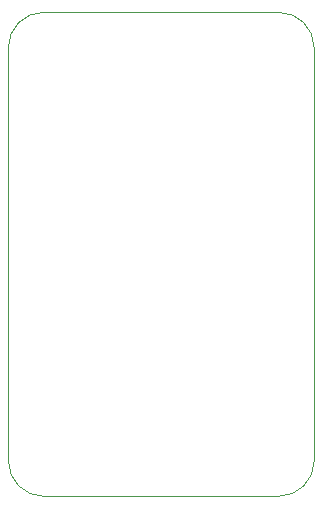
<source format=gm1>
G04 #@! TF.GenerationSoftware,KiCad,Pcbnew,6.0.10*
G04 #@! TF.CreationDate,2023-01-08T03:35:34+01:00*
G04 #@! TF.ProjectId,ideal_diode,69646561-6c5f-4646-996f-64652e6b6963,rev?*
G04 #@! TF.SameCoordinates,Original*
G04 #@! TF.FileFunction,Profile,NP*
%FSLAX46Y46*%
G04 Gerber Fmt 4.6, Leading zero omitted, Abs format (unit mm)*
G04 Created by KiCad (PCBNEW 6.0.10) date 2023-01-08 03:35:34*
%MOMM*%
%LPD*%
G01*
G04 APERTURE LIST*
G04 #@! TA.AperFunction,Profile*
%ADD10C,0.100000*%
G04 #@! TD*
G04 APERTURE END LIST*
D10*
X37900000Y-49979680D02*
X37900000Y-15000000D01*
X37900000Y-15000000D02*
G75*
G03*
X34900000Y-12000000I-2999990J10D01*
G01*
X34900000Y-52979680D02*
G75*
G03*
X37900000Y-49979680I0J3000000D01*
G01*
X12000000Y-49979680D02*
G75*
G03*
X15000000Y-52979680I2999990J-10D01*
G01*
X12000000Y-15000000D02*
X12000000Y-49979680D01*
X15000000Y-12000000D02*
G75*
G03*
X12000000Y-15000000I0J-3000000D01*
G01*
X34900000Y-12000000D02*
X15000000Y-12000000D01*
X15000000Y-52979680D02*
X34900000Y-52979680D01*
M02*

</source>
